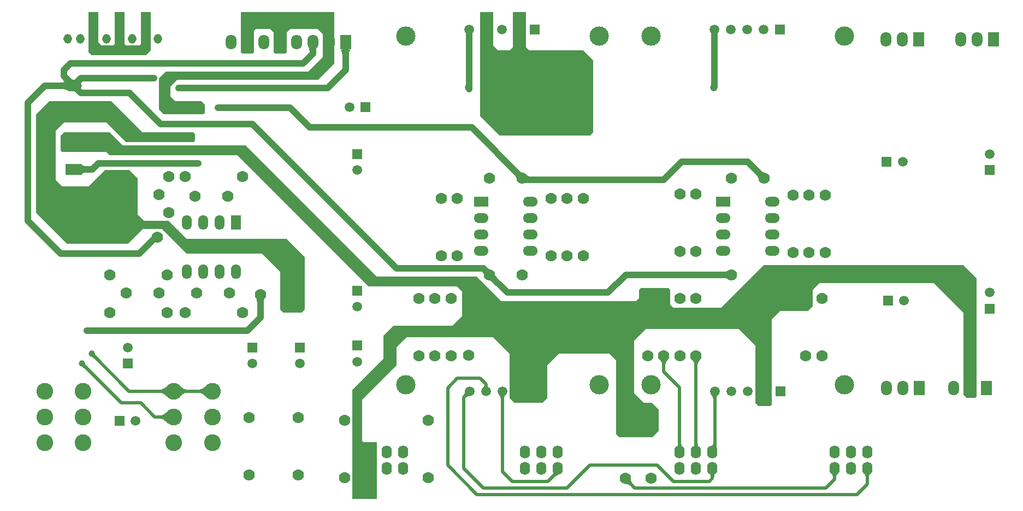
<source format=gtl>
G04 Layer_Physical_Order=1*
G04 Layer_Color=255*
%FSLAX44Y44*%
%MOMM*%
G71*
G01*
G75*
%ADD10C,1.0000*%
%ADD11C,0.5000*%
%ADD12O,1.3000X1.5000*%
%ADD13C,1.7780*%
%ADD14C,1.5000*%
%ADD15R,1.5000X1.5000*%
%ADD16R,1.5000X1.5000*%
%ADD17O,2.2860X1.5240*%
%ADD18R,2.2860X1.5240*%
%ADD19C,3.0000*%
%ADD20O,1.6000X2.0320*%
%ADD21C,2.6000*%
%ADD22O,1.5240X2.2860*%
%ADD23R,1.5240X2.2860*%
%ADD24R,2.5400X1.7780*%
%ADD25O,2.5400X1.7780*%
%ADD26R,1.7000X2.3000*%
%ADD27O,1.7000X2.3000*%
%ADD28C,1.0000*%
%ADD29C,1.2000*%
G36*
X128785Y112058D02*
X128028Y112041D01*
X127299Y111973D01*
X126597Y111854D01*
X125922Y111685D01*
X125275Y111465D01*
X124655Y111195D01*
X124062Y110874D01*
X123496Y110503D01*
X122957Y110081D01*
X122446Y109608D01*
X118910Y113144D01*
X119383Y113655D01*
X119805Y114194D01*
X120176Y114760D01*
X120497Y115353D01*
X120767Y115973D01*
X120987Y116620D01*
X121156Y117295D01*
X121275Y117997D01*
X121343Y118727D01*
X121360Y119483D01*
X128785Y112058D01*
D02*
G37*
G36*
X-339284Y110900D02*
X-340561Y112154D01*
X-343015Y114266D01*
X-344193Y115124D01*
X-345337Y115850D01*
X-346447Y116444D01*
X-347525Y116906D01*
X-348569Y117236D01*
X-349580Y117434D01*
X-350557Y117500D01*
Y122500D01*
X-349580Y122566D01*
X-348569Y122764D01*
X-347525Y123094D01*
X-346447Y123556D01*
X-345337Y124150D01*
X-344193Y124876D01*
X-343015Y125734D01*
X-341805Y126724D01*
X-339284Y129100D01*
Y110900D01*
D02*
G37*
G36*
X513587Y113655D02*
X513120Y113091D01*
X512707Y112510D01*
X512350Y111914D01*
X512048Y111300D01*
X511800Y110671D01*
X511608Y110024D01*
X511470Y109362D01*
X511387Y108683D01*
X511360Y107987D01*
X506360D01*
X506333Y108683D01*
X506250Y109362D01*
X506113Y110024D01*
X505920Y110671D01*
X505672Y111300D01*
X505370Y111914D01*
X505013Y112510D01*
X504600Y113091D01*
X504132Y113655D01*
X503610Y114202D01*
X514110D01*
X513587Y113655D01*
D02*
G37*
G36*
X-424180Y515620D02*
X-408940Y500380D01*
X-218440D01*
X-187960Y469900D01*
X-15240Y297180D01*
X139700D01*
X142240Y294640D01*
X177800Y259080D01*
X332740D01*
X386080Y259080D01*
X391160Y264160D01*
Y276860D01*
X393700Y279400D01*
X406400Y279400D01*
X416560D01*
X421640Y279400D01*
X436880D01*
X439420Y276860D01*
Y269240D01*
Y254000D01*
X444500Y248920D01*
X518160D01*
X574040Y304800D01*
X584200Y314960D01*
X802640D01*
X894080Y314960D01*
X914400Y294640D01*
X914400Y147320D01*
Y111760D01*
X911860Y109220D01*
X899160D01*
X894080Y114300D01*
Y121920D01*
Y241300D01*
X861060Y274320D01*
X848360Y287020D01*
X670560D01*
X660400Y276860D01*
Y251460D01*
X657860Y248920D01*
X652780Y243840D01*
X609600D01*
X607060Y241300D01*
X596900Y231140D01*
Y121920D01*
Y99060D01*
X594360Y96520D01*
X576580D01*
X574040Y99060D01*
X571500Y101600D01*
Y134620D01*
Y190500D01*
X561340Y200660D01*
X546100Y215900D01*
X401320D01*
X393700Y208280D01*
X383540Y198120D01*
Y116840D01*
X386080Y114300D01*
X398780Y101600D01*
X411480D01*
X416560Y96520D01*
X421640Y91440D01*
Y81280D01*
Y58420D01*
X419100Y55880D01*
X411480Y48260D01*
X360680D01*
X355600Y53340D01*
Y55880D01*
Y167640D01*
X345440Y177800D01*
X266700D01*
X259080Y170180D01*
X248920Y160020D01*
Y109220D01*
X246380Y106680D01*
X241300Y101600D01*
X198120D01*
X190500Y109220D01*
Y142240D01*
Y177800D01*
X180340Y187960D01*
X165100Y203200D01*
X30480D01*
X27940Y200660D01*
X15240Y187960D01*
Y185420D01*
Y160020D01*
X-12700Y132080D01*
X-38100Y106680D01*
Y43180D01*
X-35560Y40640D01*
X-15240D01*
Y-46900D01*
X-53340D01*
Y73660D01*
Y121920D01*
X-25400Y149860D01*
X-5080Y170180D01*
Y190500D01*
Y205740D01*
X5080Y215900D01*
X10160Y220980D01*
X101600D01*
X104140Y223520D01*
X116840Y236220D01*
Y264160D01*
Y274320D01*
X114300Y276860D01*
X109220Y281940D01*
X-27940D01*
X-203200Y457200D01*
X-231140Y485140D01*
X-429260D01*
X-434340Y490220D01*
X-502920D01*
X-505460Y492760D01*
Y515620D01*
X-500380Y520700D01*
X-429260D01*
X-424180Y515620D01*
D02*
G37*
G36*
X-319439Y127846D02*
X-316984Y125734D01*
X-315807Y124876D01*
X-314663Y124150D01*
X-313552Y123556D01*
X-312475Y123094D01*
X-311431Y122764D01*
X-310420Y122566D01*
X-309443Y122500D01*
Y117500D01*
X-310420Y117434D01*
X-311431Y117236D01*
X-312475Y116906D01*
X-313552Y116444D01*
X-314663Y115850D01*
X-315807Y115124D01*
X-316984Y114266D01*
X-318195Y113276D01*
X-320716Y110900D01*
Y129100D01*
X-319439Y127846D01*
D02*
G37*
G36*
X-467423Y162224D02*
X-467367Y161927D01*
X-467271Y161619D01*
X-467135Y161299D01*
X-466959Y160968D01*
X-466744Y160626D01*
X-466490Y160273D01*
X-466196Y159908D01*
X-465489Y159145D01*
X-469025Y155609D01*
X-469412Y155982D01*
X-470153Y156610D01*
X-470506Y156865D01*
X-470849Y157079D01*
X-471179Y157255D01*
X-471499Y157390D01*
X-471807Y157487D01*
X-472104Y157543D01*
X-472390Y157560D01*
X-467440Y162510D01*
X-467423Y162224D01*
D02*
G37*
G36*
X435516Y167919D02*
X434883Y167183D01*
X434324Y166442D01*
X433840Y165697D01*
X433431Y164947D01*
X433096Y164194D01*
X432835Y163435D01*
X432649Y162673D01*
X432537Y161906D01*
X432500Y161135D01*
X427500D01*
X427463Y161906D01*
X427351Y162673D01*
X427165Y163435D01*
X426904Y164194D01*
X426569Y164947D01*
X426160Y165697D01*
X425676Y166442D01*
X425117Y167183D01*
X424484Y167919D01*
X423777Y168651D01*
X436223D01*
X435516Y167919D01*
D02*
G37*
G36*
X-279284Y110900D02*
X-280561Y112154D01*
X-283015Y114266D01*
X-284193Y115124D01*
X-285337Y115850D01*
X-286448Y116444D01*
X-287525Y116906D01*
X-288569Y117236D01*
X-289580Y117434D01*
X-290557Y117500D01*
Y122500D01*
X-289580Y122566D01*
X-288569Y122764D01*
X-287525Y123094D01*
X-286448Y123556D01*
X-285337Y124150D01*
X-284193Y124876D01*
X-283015Y125734D01*
X-281805Y126724D01*
X-279284Y129100D01*
Y110900D01*
D02*
G37*
G36*
X156778Y130009D02*
X156832Y129329D01*
X156922Y128700D01*
X157047Y128120D01*
X157209Y127592D01*
X157406Y127114D01*
X157640Y126686D01*
X157909Y126309D01*
X158215Y125982D01*
X158556Y125706D01*
X149964D01*
X150306Y125982D01*
X150611Y126309D01*
X150880Y126686D01*
X151114Y127114D01*
X151311Y127592D01*
X151473Y128120D01*
X151598Y128700D01*
X151688Y129329D01*
X151742Y130009D01*
X151760Y130740D01*
X156760D01*
X156778Y130009D01*
D02*
G37*
G36*
X184387Y113655D02*
X183920Y113091D01*
X183507Y112510D01*
X183150Y111914D01*
X182847Y111300D01*
X182600Y110671D01*
X182407Y110024D01*
X182270Y109362D01*
X182188Y108683D01*
X182160Y107987D01*
X177160D01*
X177132Y108683D01*
X177050Y109362D01*
X176912Y110024D01*
X176720Y110671D01*
X176472Y111300D01*
X176170Y111914D01*
X175812Y112510D01*
X175400Y113091D01*
X174932Y113655D01*
X174410Y114202D01*
X184910D01*
X184387Y113655D01*
D02*
G37*
G36*
X699109Y-8407D02*
X698688Y-8598D01*
X698316Y-8918D01*
X697993Y-9365D01*
X697720Y-9940D01*
X697497Y-10642D01*
X697323Y-11472D01*
X697199Y-12430D01*
X697125Y-13516D01*
X697100Y-14730D01*
X692100D01*
X692075Y-13516D01*
X691877Y-11472D01*
X691703Y-10642D01*
X691480Y-9940D01*
X691207Y-9365D01*
X690884Y-8918D01*
X690512Y-8598D01*
X690091Y-8407D01*
X689619Y-8343D01*
X699581D01*
X699109Y-8407D01*
D02*
G37*
G36*
X749909D02*
X749488Y-8598D01*
X749116Y-8918D01*
X748793Y-9365D01*
X748520Y-9940D01*
X748297Y-10642D01*
X748123Y-11472D01*
X747999Y-12430D01*
X747925Y-13516D01*
X747900Y-14730D01*
X742900D01*
X742875Y-13516D01*
X742677Y-11472D01*
X742503Y-10642D01*
X742280Y-9940D01*
X742007Y-9365D01*
X741684Y-8918D01*
X741312Y-8598D01*
X740891Y-8407D01*
X740419Y-8343D01*
X750381D01*
X749909Y-8407D01*
D02*
G37*
G36*
X378907Y-16107D02*
X378980Y-17075D01*
X379109Y-17994D01*
X379294Y-18863D01*
X379534Y-19682D01*
X379830Y-20452D01*
X380182Y-21173D01*
X380590Y-21844D01*
X381053Y-22465D01*
X381572Y-23036D01*
X378036Y-26572D01*
X377465Y-26053D01*
X376843Y-25590D01*
X376173Y-25182D01*
X375452Y-24830D01*
X374682Y-24534D01*
X373863Y-24294D01*
X372994Y-24109D01*
X372075Y-23980D01*
X371107Y-23907D01*
X370089Y-23890D01*
X378890Y-15089D01*
X378907Y-16107D01*
D02*
G37*
G36*
X509909Y-8407D02*
X509488Y-8598D01*
X509115Y-8918D01*
X508793Y-9365D01*
X508520Y-9940D01*
X508297Y-10642D01*
X508123Y-11472D01*
X507999Y-12430D01*
X507925Y-13516D01*
X507900Y-14730D01*
X502900D01*
X502875Y-13516D01*
X502677Y-11472D01*
X502503Y-10642D01*
X502280Y-9940D01*
X502007Y-9365D01*
X501684Y-8918D01*
X501312Y-8598D01*
X500891Y-8407D01*
X500419Y-8343D01*
X510381D01*
X509909Y-8407D01*
D02*
G37*
G36*
X266962Y-10014D02*
X266206Y-10116D01*
X265465Y-10273D01*
X264738Y-10484D01*
X264026Y-10748D01*
X263328Y-11068D01*
X262645Y-11441D01*
X261977Y-11868D01*
X261323Y-12350D01*
X260684Y-12886D01*
X260059Y-13476D01*
X255708Y-10756D01*
X256542Y-9887D01*
X257805Y-8343D01*
X258233Y-7669D01*
X258526Y-7060D01*
X258684Y-6515D01*
X258706Y-6036D01*
X258593Y-5622D01*
X258345Y-5272D01*
X257962Y-4988D01*
X266962Y-10014D01*
D02*
G37*
G36*
X511360Y37860D02*
X511374Y36970D01*
X511489Y35300D01*
X511590Y34521D01*
X511878Y33074D01*
X512065Y32406D01*
X512281Y31775D01*
X512525Y31181D01*
X512799Y30625D01*
X503863Y35386D01*
X504337Y35197D01*
X504762Y35164D01*
X505136Y35285D01*
X505461Y35561D01*
X505736Y35993D01*
X505961Y36579D01*
X506135Y37320D01*
X506260Y38216D01*
X506335Y39267D01*
X506360Y40473D01*
X511360Y37860D01*
D02*
G37*
G36*
X-339284Y70900D02*
X-340561Y72154D01*
X-343015Y74266D01*
X-344193Y75124D01*
X-345337Y75850D01*
X-346447Y76444D01*
X-347525Y76906D01*
X-348569Y77236D01*
X-349580Y77434D01*
X-350557Y77500D01*
Y82500D01*
X-349580Y82566D01*
X-348569Y82764D01*
X-347525Y83094D01*
X-346447Y83556D01*
X-345337Y84150D01*
X-344193Y84876D01*
X-343015Y85734D01*
X-341805Y86724D01*
X-339284Y89100D01*
Y70900D01*
D02*
G37*
G36*
X457125Y38916D02*
X457323Y36872D01*
X457497Y36042D01*
X457720Y35340D01*
X457993Y34765D01*
X458316Y34318D01*
X458688Y33998D01*
X459109Y33807D01*
X459581Y33743D01*
X449619D01*
X450091Y33807D01*
X450512Y33998D01*
X450885Y34318D01*
X451207Y34765D01*
X451480Y35340D01*
X451703Y36042D01*
X451877Y36872D01*
X452001Y37830D01*
X452075Y38916D01*
X452100Y40130D01*
X457100D01*
X457125Y38916D01*
D02*
G37*
G36*
X482525D02*
X482723Y36872D01*
X482897Y36042D01*
X483120Y35340D01*
X483393Y34765D01*
X483716Y34318D01*
X484088Y33998D01*
X484509Y33807D01*
X484981Y33743D01*
X475019D01*
X475491Y33807D01*
X475912Y33998D01*
X476284Y34318D01*
X476607Y34765D01*
X476880Y35340D01*
X477103Y36042D01*
X477277Y36872D01*
X477401Y37830D01*
X477475Y38916D01*
X477500Y40130D01*
X482500D01*
X482525Y38916D01*
D02*
G37*
G36*
X-473629Y588673D02*
X-473527Y588567D01*
X-470174Y585196D01*
X-477245Y578125D01*
X-483350Y584218D01*
X-473660Y588710D01*
X-473629Y588673D01*
D02*
G37*
G36*
X-492131Y607222D02*
X-488629Y604283D01*
X-487038Y603186D01*
X-485555Y602336D01*
X-484179Y601734D01*
X-482911Y601380D01*
X-481896Y601288D01*
X-483350Y601962D01*
X-477245Y608055D01*
X-470174Y600984D01*
X-473660Y597470D01*
X-481205Y600968D01*
X-492357Y594558D01*
Y584865D01*
X-493582Y585478D01*
X-494845Y586026D01*
X-496146Y586510D01*
X-497485Y586929D01*
X-500275Y587574D01*
X-501727Y587800D01*
X-504743Y588058D01*
X-506308Y588090D01*
Y598090D01*
X-504743Y598122D01*
X-501727Y598380D01*
X-500275Y598606D01*
X-498727Y598964D01*
X-498747Y598993D01*
X-500100Y600697D01*
X-501752Y602561D01*
X-503703Y604582D01*
X-494042Y609063D01*
X-492131Y607222D01*
D02*
G37*
G36*
X-419100Y561340D02*
X-378460Y520700D01*
X-299720D01*
X-297180Y518160D01*
Y508000D01*
X-299720Y505460D01*
X-403860D01*
X-416560Y518160D01*
X-434340Y535940D01*
X-500380D01*
X-510540Y525780D01*
X-513080Y523240D01*
Y520700D01*
Y447040D01*
X-510540Y444500D01*
X-502920Y436880D01*
X-462280D01*
X-447040Y452120D01*
X-436880Y462280D01*
X-398780D01*
X-396240Y459740D01*
X-386080Y449580D01*
Y411480D01*
Y393700D01*
X-375920Y383540D01*
X-337820D01*
X-332740Y378460D01*
X-309880Y355600D01*
X-154940D01*
X-149860Y350520D01*
X-127000Y327660D01*
Y274320D01*
Y246380D01*
X-132080Y241300D01*
X-160020D01*
X-165100Y246380D01*
Y256540D01*
Y304800D01*
X-193040Y332740D01*
X-309880D01*
X-347980Y370840D01*
X-378460D01*
X-388620Y360680D01*
X-401320Y347980D01*
X-495300D01*
X-520700Y373380D01*
X-543560Y396240D01*
Y523240D01*
Y548640D01*
X-533400Y558800D01*
X-523240Y568960D01*
X-426720D01*
X-419100Y561340D01*
D02*
G37*
G36*
X-81280Y654453D02*
X-80675D01*
X-81280Y653244D01*
Y627380D01*
X-91440Y617220D01*
X-106680Y601980D01*
X-325120D01*
X-335280Y591820D01*
Y576580D01*
X-327660Y568960D01*
X-287020D01*
X-284480Y566420D01*
X-281940Y563880D01*
Y551180D01*
X-284480Y548640D01*
X-345440D01*
X-350520Y553720D01*
X-353060Y556260D01*
Y584200D01*
Y604520D01*
X-345440Y612140D01*
X-342900Y614680D01*
X-121920D01*
X-106680Y629920D01*
X-99060Y637540D01*
Y670560D01*
Y673100D01*
X-104140Y678180D01*
X-106680Y680720D01*
X-149860D01*
X-152400Y678180D01*
X-154940Y675640D01*
Y662940D01*
X-154940Y645160D01*
X-157480Y642620D01*
X-172720Y642620D01*
X-175260Y645160D01*
X-175260Y668020D01*
Y675640D01*
X-177800Y678180D01*
X-180340Y680720D01*
X-203200D01*
X-205740Y678180D01*
Y647700D01*
Y645160D01*
X-208280Y642620D01*
X-223520D01*
X-226060Y645160D01*
Y647700D01*
Y706900D01*
X-81280D01*
Y654453D01*
D02*
G37*
G36*
X-55374Y648901D02*
X-56030Y648600D01*
X-56609Y648101D01*
X-57111Y647401D01*
X-57535Y646500D01*
X-57882Y645400D01*
X-58153Y644100D01*
X-58346Y642600D01*
X-58461Y640900D01*
X-58500Y639001D01*
X-68500D01*
X-68539Y640900D01*
X-68847Y644100D01*
X-69117Y645400D01*
X-69465Y646500D01*
X-69889Y647401D01*
X-70391Y648101D01*
X-70970Y648600D01*
X-71626Y648901D01*
X-72359Y649000D01*
X-54640D01*
X-55374Y648901D01*
D02*
G37*
G36*
X-365760Y673100D02*
Y647700D01*
X-368300Y645160D01*
X-373380Y640080D01*
X-457200D01*
X-462280Y645160D01*
Y670560D01*
Y673100D01*
Y706900D01*
X-447040D01*
Y660400D01*
X-441960Y655320D01*
X-424180D01*
X-421640Y657860D01*
Y706900D01*
X-406400D01*
Y660400D01*
Y657860D01*
X-403860Y655320D01*
X-383540D01*
X-381000Y657860D01*
Y706900D01*
X-365760D01*
Y673100D01*
D02*
G37*
G36*
X513602Y674553D02*
X513560Y674376D01*
X513522Y674115D01*
X513462Y673338D01*
X513402Y670765D01*
X513400Y669910D01*
X503400D01*
X503150Y674644D01*
X513650D01*
X513602Y674553D01*
D02*
G37*
G36*
X-108236Y651546D02*
X-108459Y651276D01*
X-108656Y650825D01*
X-108827Y650194D01*
X-108972Y649382D01*
X-109090Y648391D01*
X-109247Y645866D01*
X-109300Y642620D01*
X-119300D01*
X-119313Y644333D01*
X-119628Y649382D01*
X-119773Y650194D01*
X-119944Y650825D01*
X-120141Y651276D01*
X-120364Y651546D01*
X-120614Y651636D01*
X-107986D01*
X-108236Y651546D01*
D02*
G37*
G36*
X215900Y652780D02*
X218440Y650240D01*
X220980Y647700D01*
X304800D01*
X320040Y632460D01*
Y556260D01*
Y520700D01*
X314960Y515620D01*
X175260D01*
X167640Y523240D01*
X144780Y546100D01*
Y655320D01*
Y706900D01*
X165100D01*
Y660400D01*
Y655320D01*
X172720Y647700D01*
X190500D01*
X195580Y652780D01*
Y706900D01*
X215900D01*
Y652780D01*
D02*
G37*
G36*
X-472370Y471676D02*
X-472071Y471020D01*
X-471571Y470441D01*
X-470871Y469939D01*
X-469971Y469515D01*
X-468871Y469168D01*
X-467570Y468897D01*
X-466071Y468704D01*
X-464370Y468589D01*
X-462471Y468550D01*
Y458550D01*
X-464370Y458511D01*
X-467570Y458203D01*
X-468871Y457933D01*
X-469971Y457585D01*
X-470871Y457161D01*
X-471571Y456659D01*
X-472071Y456080D01*
X-472370Y455424D01*
X-472471Y454691D01*
Y472410D01*
X-472370Y471676D01*
D02*
G37*
G36*
X-189589Y262612D02*
X-189797Y262254D01*
X-189981Y261818D01*
X-190140Y261302D01*
X-190274Y260708D01*
X-190384Y260035D01*
X-190531Y258453D01*
X-190580Y256555D01*
X-200580D01*
X-200592Y257543D01*
X-200776Y260035D01*
X-200886Y260708D01*
X-201020Y261302D01*
X-201179Y261818D01*
X-201363Y262254D01*
X-201571Y262612D01*
X-201803Y262891D01*
X-189357D01*
X-189589Y262612D01*
D02*
G37*
G36*
X168923Y299549D02*
X169029Y299149D01*
X169208Y298711D01*
X169460Y298234D01*
X169785Y297719D01*
X170183Y297165D01*
X171198Y295942D01*
X172505Y294566D01*
X165434Y287495D01*
X164727Y288185D01*
X162835Y289817D01*
X162281Y290215D01*
X161766Y290540D01*
X161289Y290792D01*
X160851Y290971D01*
X160451Y291077D01*
X160089Y291110D01*
X168890Y299911D01*
X168923Y299549D01*
D02*
G37*
G36*
X485516Y167919D02*
X484883Y167183D01*
X484324Y166442D01*
X483840Y165697D01*
X483431Y164947D01*
X483096Y164194D01*
X482835Y163435D01*
X482649Y162673D01*
X482537Y161906D01*
X482500Y161135D01*
X477500D01*
X477463Y161906D01*
X477351Y162673D01*
X477165Y163435D01*
X476904Y164194D01*
X476569Y164947D01*
X476160Y165697D01*
X475676Y166442D01*
X475117Y167183D01*
X474484Y167919D01*
X473777Y168651D01*
X486223D01*
X485516Y167919D01*
D02*
G37*
G36*
X-452183Y177464D02*
X-452127Y177167D01*
X-452030Y176859D01*
X-451895Y176539D01*
X-451719Y176208D01*
X-451505Y175866D01*
X-451250Y175513D01*
X-450956Y175148D01*
X-450249Y174385D01*
X-453785Y170849D01*
X-454172Y171222D01*
X-454913Y171850D01*
X-455266Y172104D01*
X-455608Y172319D01*
X-455939Y172495D01*
X-456259Y172631D01*
X-456567Y172727D01*
X-456864Y172783D01*
X-457150Y172800D01*
X-452200Y177750D01*
X-452183Y177464D01*
D02*
G37*
G36*
X528251Y293777D02*
X527972Y294009D01*
X527614Y294217D01*
X527178Y294401D01*
X526662Y294560D01*
X526068Y294694D01*
X525395Y294804D01*
X523813Y294951D01*
X521915Y295000D01*
Y305000D01*
X522903Y305012D01*
X525395Y305196D01*
X526068Y305306D01*
X526662Y305440D01*
X527178Y305599D01*
X527614Y305783D01*
X527972Y305991D01*
X528251Y306223D01*
Y293777D01*
D02*
G37*
G36*
X205674Y461815D02*
X207565Y460183D01*
X208119Y459785D01*
X208634Y459460D01*
X209111Y459208D01*
X209549Y459029D01*
X209949Y458923D01*
X210311Y458890D01*
X201511Y450089D01*
X201477Y450451D01*
X201371Y450851D01*
X201192Y451289D01*
X200940Y451766D01*
X200615Y452281D01*
X200217Y452835D01*
X199202Y454058D01*
X197895Y455434D01*
X204966Y462505D01*
X205674Y461815D01*
D02*
G37*
G36*
X580673D02*
X582565Y460183D01*
X583119Y459785D01*
X583634Y459460D01*
X584111Y459208D01*
X584549Y459029D01*
X584949Y458923D01*
X585311Y458890D01*
X576511Y450089D01*
X576477Y450451D01*
X576371Y450851D01*
X576192Y451289D01*
X575940Y451766D01*
X575615Y452281D01*
X575217Y452835D01*
X574202Y454058D01*
X572895Y455434D01*
X579966Y462505D01*
X580673Y461815D01*
D02*
G37*
G36*
X155281Y311803D02*
X157651Y309749D01*
X158120Y309424D01*
X158541Y309174D01*
X158913Y309000D01*
X159235Y308900D01*
X159509Y308876D01*
X151124Y300491D01*
X151100Y300765D01*
X151000Y301087D01*
X150826Y301459D01*
X150576Y301880D01*
X150251Y302349D01*
X149375Y303436D01*
X148197Y304719D01*
X147495Y305434D01*
X154566Y312505D01*
X155281Y311803D01*
D02*
G37*
G36*
X218465Y453866D02*
X218772Y453579D01*
X219163Y453326D01*
X219638Y453107D01*
X220198Y452922D01*
X220843Y452770D01*
X221572Y452652D01*
X222385Y452567D01*
X224265Y452500D01*
X220507Y442500D01*
X214743Y442243D01*
X218243Y454187D01*
X218465Y453866D01*
D02*
G37*
D10*
X-208280Y533400D02*
X15240Y309880D01*
X-350520Y533400D02*
X-208280D01*
X-398780Y581660D02*
X-350520Y533400D01*
X-505460Y332740D02*
X-383540D01*
X-556260Y383540D02*
X-505460Y332740D01*
X-449580Y647700D02*
X-414020D01*
X-414180Y647860D02*
X-414020Y647700D01*
X-414180Y647860D02*
Y665480D01*
X-454180Y652300D02*
X-449580Y647700D01*
X-454180Y652300D02*
Y665480D01*
X-421640Y492760D02*
X-228600D01*
X-430530Y501650D02*
X-421640Y492760D01*
X-485140Y501650D02*
X-430530D01*
X-426720Y393700D02*
Y396240D01*
Y381000D02*
Y393700D01*
Y381000D02*
X-406400Y360680D01*
X905000Y125000D02*
Y250000D01*
X857500Y297500D02*
X905000Y250000D01*
X662500Y297500D02*
X857500D01*
X457500Y475000D02*
X560400D01*
X585400Y450000D01*
X160000Y300000D02*
X187500Y272500D01*
X210400Y450000D02*
X212900Y447500D01*
X430000D01*
X457500Y475000D01*
X507500Y590000D02*
X508400Y590900D01*
Y680000D01*
X153800Y648700D02*
X165000Y637500D01*
X153800Y648700D02*
Y680000D01*
X204600Y637900D02*
Y680000D01*
Y637900D02*
X205000Y637500D01*
X165000D02*
X205000D01*
X177500Y250000D02*
X212500D01*
X347500D01*
X367500Y230000D01*
X585400Y262900D02*
Y300000D01*
X552500Y230000D02*
X585400Y262900D01*
X300000Y545000D02*
Y637500D01*
X367500Y76400D02*
Y230000D01*
Y76400D02*
X370000Y73900D01*
X585060Y119558D02*
Y197440D01*
X552500Y230000D02*
X585060Y197440D01*
X212500Y160000D02*
Y250000D01*
X205000Y152500D02*
X212500Y160000D01*
X205000Y119618D02*
Y152500D01*
Y119618D02*
X205060Y119558D01*
X230460D01*
X430000Y230000D02*
Y263900D01*
X430000Y263900D01*
X367500Y230000D02*
X430000D01*
X552500D01*
X586400Y263900D02*
X650000D01*
X585400Y262900D02*
X586400Y263900D01*
X650000D02*
Y285000D01*
X662500Y297500D01*
X-485140Y463550D02*
X-455930D01*
X-509270Y554990D02*
X-485140D01*
X-556260Y566420D02*
X-529590Y593090D01*
X-485140D01*
X-556260Y383540D02*
Y566420D01*
X-406400Y360680D02*
X-388620Y378460D01*
X-340360D01*
X-530860Y533400D02*
X-509270Y554990D01*
X-116840Y609600D02*
X-88900Y637540D01*
X-327660Y609600D02*
X-116840D01*
X-391160Y513080D02*
X-309880D01*
X-342900Y594360D02*
X-327660Y609600D01*
X-215900Y680720D02*
X-205740Y690880D01*
X-215900Y660400D02*
Y680720D01*
X-99060Y690880D02*
X-88900Y680720D01*
X-455930Y463550D02*
X-447040Y472440D01*
X-292100D01*
X-500380Y617220D02*
X-490220Y627380D01*
X-500380Y608330D02*
Y617220D01*
Y608330D02*
X-485140Y593090D01*
X-481330Y596900D02*
X-473710Y604520D01*
X-485140Y593090D02*
X-473710Y581660D01*
X132080Y528320D02*
X210400Y450000D01*
X-481330Y554990D02*
X-480060Y556260D01*
X-434340D01*
X-391160Y513080D01*
X127000Y264160D02*
Y288000D01*
X137500Y290000D02*
X177500Y250000D01*
X125000Y290000D02*
X137500D01*
X127000Y233680D02*
Y264160D01*
X104140Y210820D02*
X127000Y233680D01*
X-45720Y111760D02*
X5080Y162560D01*
Y190500D01*
X25400Y210820D01*
X104140D01*
X-45720Y7620D02*
Y111760D01*
Y7620D02*
X-38100Y0D01*
X-25400D01*
X-490220Y627380D02*
X-129540D01*
X-114300Y642620D01*
Y660400D01*
X-473710Y604520D02*
X-360680D01*
X-473710Y581660D02*
X-398780D01*
X-228600Y492760D02*
X-25840Y290000D01*
X125000D01*
X-340360Y378460D02*
X-304800Y342900D01*
X-342900Y574040D02*
Y594360D01*
Y574040D02*
X-327660Y558800D01*
X-289560D01*
X-322580Y589280D02*
X-91440D01*
X-63500Y617220D01*
Y660400D01*
X-530860Y431800D02*
Y533400D01*
Y431800D02*
X-492760Y393700D01*
X-261620Y558800D02*
X-149860D01*
X-119380Y528320D01*
X132080D01*
X-304800Y342900D02*
X-175260D01*
X-144780Y312420D01*
Y269240D02*
Y312420D01*
X187500Y272500D02*
X343620D01*
X371120Y300000D01*
X534600D01*
X-464820Y213360D02*
X-215900D01*
X-195580Y233680D01*
Y269240D01*
X15240Y309880D02*
X150120D01*
X160000Y300000D01*
X-205740Y690880D02*
X-165100D01*
X-99060D01*
X-165100Y660400D02*
Y690880D01*
X205000Y637500D02*
X284480D01*
X300000D01*
X-88900Y637540D02*
Y660400D01*
Y680720D01*
X128400Y588140D02*
Y680000D01*
X-492760Y393700D02*
X-426720D01*
X-383540Y332740D02*
X-355600Y360680D01*
X-414020Y647700D02*
X-378460D01*
X-374180Y651980D02*
Y665480D01*
X-378460Y647700D02*
X-374180Y651980D01*
D11*
X419920Y5080D02*
X445000Y-20000D01*
X315080Y5080D02*
X419920D01*
X280000Y-30000D02*
X315080Y5080D01*
X505400Y-15300D02*
Y0D01*
X500700Y-20000D02*
X505400Y-15300D01*
X445000Y-20000D02*
X500700D01*
X694600Y-16600D02*
Y0D01*
X681200Y-30000D02*
X694600Y-16600D01*
X385000Y-30000D02*
X681200D01*
X745400Y-24220D02*
Y0D01*
X729620Y-40000D02*
X745400Y-24220D01*
X140000Y-40000D02*
X729620D01*
X430000Y150000D02*
X454600Y125400D01*
X430000Y150000D02*
Y175000D01*
X454600Y25400D02*
Y125400D01*
X95000Y5000D02*
Y125000D01*
X223100Y336900D02*
X225000Y335000D01*
X505400Y25400D02*
X508860Y28860D01*
Y119558D01*
X480000Y25400D02*
X480000Y25400D01*
Y175000D01*
X370000Y-15000D02*
X385000Y-30000D01*
X95000Y5000D02*
X140000Y-40000D01*
X150000Y-30000D02*
X280000D01*
X120000Y0D02*
X150000Y-30000D01*
X120000Y0D02*
Y110698D01*
X195000Y-20000D02*
X250000D01*
X179660Y-4660D02*
X195000Y-20000D01*
X179660Y-4660D02*
Y119558D01*
X265400Y-4600D02*
Y0D01*
X250000Y-20000D02*
X265400Y-4600D01*
X154260Y119558D02*
Y130740D01*
X145000Y140000D02*
X154260Y130740D01*
X110000Y140000D02*
X145000D01*
X95000Y125000D02*
X110000Y140000D01*
X120000Y110698D02*
X128860Y119558D01*
X-472440Y162560D02*
X-411480Y101600D01*
X-457200Y177800D02*
X-399400Y120000D01*
X-330000D01*
X-270000D01*
X-411480Y101600D02*
X-381000D01*
X-359400Y80000D01*
X-330000D01*
X125000Y290000D02*
X127000Y288000D01*
D12*
X-354180Y665480D02*
D03*
X-374180D02*
D03*
X-394180D02*
D03*
X-414180D02*
D03*
X-434180D02*
D03*
X-454180D02*
D03*
X-474180D02*
D03*
X-494180D02*
D03*
D13*
X159600Y450000D02*
D03*
X210400D02*
D03*
X255000Y330000D02*
D03*
Y418900D02*
D03*
X305000D02*
D03*
Y330000D02*
D03*
X280000Y418900D02*
D03*
Y330000D02*
D03*
X65000Y75000D02*
D03*
Y-13900D02*
D03*
X-65000D02*
D03*
Y75000D02*
D03*
X630000Y335000D02*
D03*
Y423900D02*
D03*
X680000D02*
D03*
Y335000D02*
D03*
X655000Y423900D02*
D03*
Y335000D02*
D03*
X160000Y300000D02*
D03*
X210800D02*
D03*
X585400Y450000D02*
D03*
X534600D02*
D03*
X100000Y263900D02*
D03*
Y175000D02*
D03*
X127000Y264160D02*
D03*
Y175260D02*
D03*
X85000Y418900D02*
D03*
Y330000D02*
D03*
X75000Y263900D02*
D03*
Y175000D02*
D03*
X410000Y73900D02*
D03*
Y-15000D02*
D03*
X110000Y418900D02*
D03*
Y330000D02*
D03*
X50000Y263900D02*
D03*
Y175000D02*
D03*
X455000Y263900D02*
D03*
Y175000D02*
D03*
X370000Y73900D02*
D03*
Y-15000D02*
D03*
X405000Y263900D02*
D03*
Y175000D02*
D03*
X455000Y425000D02*
D03*
Y336100D02*
D03*
X480000Y263900D02*
D03*
Y175000D02*
D03*
X430000Y263900D02*
D03*
Y175000D02*
D03*
X480000Y425000D02*
D03*
Y336100D02*
D03*
X675000Y263900D02*
D03*
Y175000D02*
D03*
X650000Y263900D02*
D03*
Y175000D02*
D03*
X534600Y300000D02*
D03*
X585400D02*
D03*
X-213360Y-10160D02*
D03*
Y78740D02*
D03*
X-137160Y-10160D02*
D03*
Y78740D02*
D03*
X-403860Y271780D02*
D03*
X-353060D02*
D03*
X-429260Y299720D02*
D03*
X-340360D02*
D03*
X-429260Y241300D02*
D03*
X-340360D02*
D03*
X-223520D02*
D03*
X-312420D02*
D03*
X-243840Y271780D02*
D03*
X-294640D02*
D03*
X-403860Y424180D02*
D03*
X-353060D02*
D03*
X-426720Y396240D02*
D03*
X-337820D02*
D03*
X-355600Y358140D02*
D03*
X-406400D02*
D03*
X-426720Y452120D02*
D03*
X-337820D02*
D03*
X-223520D02*
D03*
X-312420D02*
D03*
X-195580Y269240D02*
D03*
X-144780D02*
D03*
X-246380Y421640D02*
D03*
X-297180D02*
D03*
D14*
X-45000Y462500D02*
D03*
X-45127Y250482D02*
D03*
X802500Y260000D02*
D03*
X-45127Y165482D02*
D03*
X-57500Y560000D02*
D03*
X800482Y475127D02*
D03*
X128400Y680000D02*
D03*
X153800D02*
D03*
X179200D02*
D03*
X204600D02*
D03*
X128860Y119558D02*
D03*
X154260D02*
D03*
X179660D02*
D03*
X205060D02*
D03*
X585060D02*
D03*
X559660D02*
D03*
X534260D02*
D03*
X508860D02*
D03*
X584600Y680000D02*
D03*
X559200D02*
D03*
X533800D02*
D03*
X508400D02*
D03*
X935000Y487500D02*
D03*
Y272500D02*
D03*
X-388820Y73660D02*
D03*
X-208280Y162760D02*
D03*
X-401320Y187760D02*
D03*
X-134620Y162760D02*
D03*
D15*
X-45000Y487500D02*
D03*
X-45127Y275482D02*
D03*
Y190482D02*
D03*
X935000Y462500D02*
D03*
Y247500D02*
D03*
X-208280Y187760D02*
D03*
X-401320Y162760D02*
D03*
X-134620Y187760D02*
D03*
D16*
X777500Y260000D02*
D03*
X-32500Y560000D02*
D03*
X775482Y475127D02*
D03*
X230460Y119558D02*
D03*
X230000Y680000D02*
D03*
X610000D02*
D03*
X610460Y119558D02*
D03*
X-413820Y73660D02*
D03*
D17*
X223100Y336900D02*
D03*
Y362300D02*
D03*
Y387700D02*
D03*
Y413100D02*
D03*
X146900Y336900D02*
D03*
Y362300D02*
D03*
Y387700D02*
D03*
X598100Y336900D02*
D03*
Y362300D02*
D03*
Y387700D02*
D03*
Y413100D02*
D03*
X521900Y336900D02*
D03*
Y362300D02*
D03*
Y387700D02*
D03*
D18*
X146900Y413100D02*
D03*
X521900D02*
D03*
D19*
X330000Y670000D02*
D03*
X30000D02*
D03*
Y130000D02*
D03*
X330000D02*
D03*
X710000D02*
D03*
X410000D02*
D03*
Y670000D02*
D03*
X710000D02*
D03*
D20*
X265400Y25400D02*
D03*
X240000D02*
D03*
X214600D02*
D03*
X265400Y0D02*
D03*
X240000D02*
D03*
X214600D02*
D03*
X454600D02*
D03*
X480000D02*
D03*
X505400D02*
D03*
X454600Y25400D02*
D03*
X480000D02*
D03*
X505400D02*
D03*
X745400D02*
D03*
X720000D02*
D03*
X694600D02*
D03*
X745400Y0D02*
D03*
X720000D02*
D03*
X694600D02*
D03*
X-25400D02*
D03*
X0D02*
D03*
X25400D02*
D03*
X-25400Y25400D02*
D03*
X0D02*
D03*
X25400D02*
D03*
D21*
X-470000Y120000D02*
D03*
Y80000D02*
D03*
Y40000D02*
D03*
X-530000Y120000D02*
D03*
Y80000D02*
D03*
Y40000D02*
D03*
X-330000D02*
D03*
Y80000D02*
D03*
Y120000D02*
D03*
X-270000Y40000D02*
D03*
Y80000D02*
D03*
Y120000D02*
D03*
D22*
X-309880Y304800D02*
D03*
X-284480D02*
D03*
X-259080D02*
D03*
X-233680D02*
D03*
X-309880Y381000D02*
D03*
X-284480D02*
D03*
X-259080D02*
D03*
D23*
X-233680D02*
D03*
D24*
X-485140Y554990D02*
D03*
Y463550D02*
D03*
D25*
Y593090D02*
D03*
Y501650D02*
D03*
D26*
X-63500Y660400D02*
D03*
X930400Y125000D02*
D03*
X825800D02*
D03*
X825400Y665000D02*
D03*
X940800D02*
D03*
D27*
X-88900Y660400D02*
D03*
X-114300D02*
D03*
X-139700D02*
D03*
X-165100D02*
D03*
X-190500D02*
D03*
X-215900D02*
D03*
X-241300D02*
D03*
X905000Y125000D02*
D03*
X879600D02*
D03*
X775000D02*
D03*
X800400D02*
D03*
X800000Y665000D02*
D03*
X774600D02*
D03*
X890000D02*
D03*
X915400D02*
D03*
D28*
X299720Y525780D02*
D03*
X284480Y637500D02*
D03*
X-472440Y162560D02*
D03*
X-464820Y213360D02*
D03*
X-322580Y589280D02*
D03*
X-309880Y513080D02*
D03*
X-457200Y177800D02*
D03*
X-292100Y472440D02*
D03*
X-360680Y604520D02*
D03*
X-261620Y558800D02*
D03*
X-289560D02*
D03*
D29*
X127500Y590000D02*
D03*
X507500D02*
D03*
X212500Y250000D02*
D03*
X300000Y637500D02*
D03*
Y545000D02*
D03*
M02*

</source>
